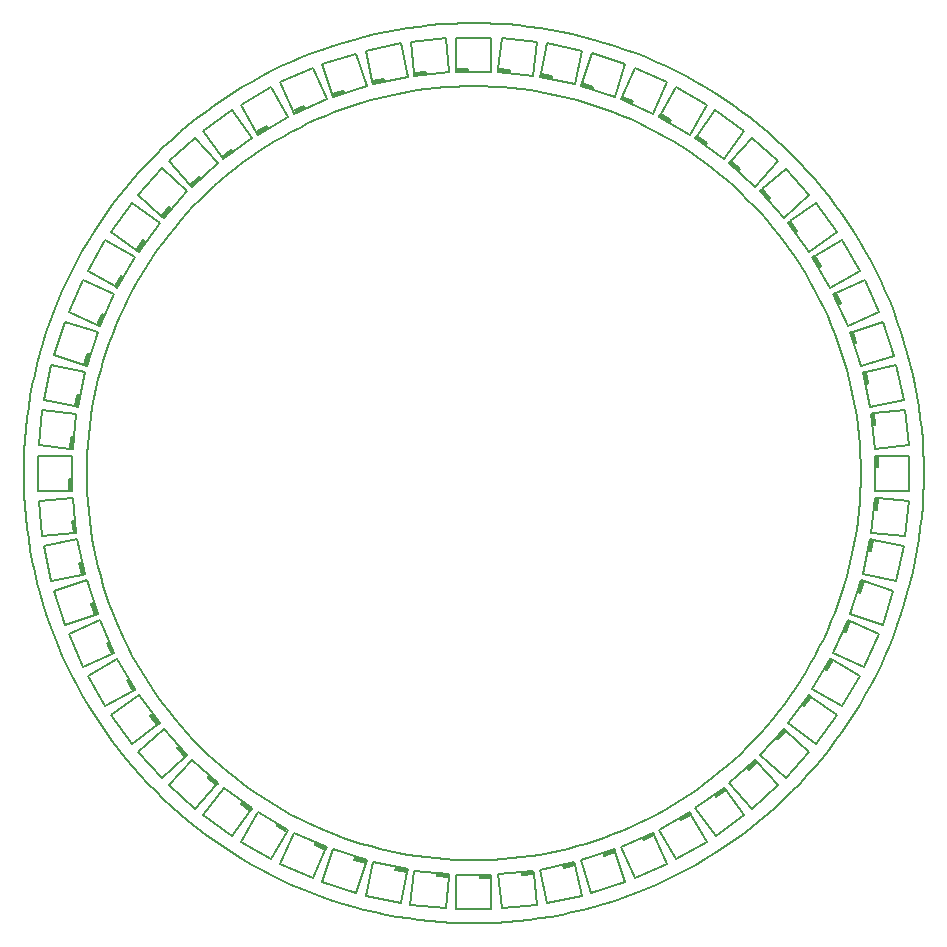
<source format=gto>
G75*
%MOIN*%
%OFA0B0*%
%FSLAX25Y25*%
%IPPOS*%
%LPD*%
%AMOC8*
5,1,8,0,0,1.08239X$1,22.5*
%
%ADD10C,0.00800*%
%ADD11C,0.00787*%
%ADD12C,0.00500*%
D10*
X0046833Y0391400D02*
X0046872Y0394566D01*
X0046988Y0397730D01*
X0047183Y0400890D01*
X0047454Y0404044D01*
X0047803Y0407191D01*
X0048229Y0410328D01*
X0048732Y0413454D01*
X0049312Y0416567D01*
X0049967Y0419664D01*
X0050699Y0422744D01*
X0051506Y0425806D01*
X0052388Y0428847D01*
X0053344Y0431865D01*
X0054374Y0434859D01*
X0055477Y0437826D01*
X0056653Y0440766D01*
X0057900Y0443676D01*
X0059218Y0446555D01*
X0060607Y0449400D01*
X0062065Y0452210D01*
X0063592Y0454984D01*
X0065186Y0457719D01*
X0066847Y0460415D01*
X0068573Y0463069D01*
X0070365Y0465679D01*
X0072219Y0468245D01*
X0074136Y0470765D01*
X0076115Y0473237D01*
X0078153Y0475659D01*
X0080250Y0478031D01*
X0082405Y0480351D01*
X0084616Y0482617D01*
X0086882Y0484828D01*
X0089202Y0486983D01*
X0091574Y0489080D01*
X0093996Y0491118D01*
X0096468Y0493097D01*
X0098988Y0495014D01*
X0101554Y0496868D01*
X0104164Y0498660D01*
X0106818Y0500386D01*
X0109514Y0502047D01*
X0112249Y0503641D01*
X0115023Y0505168D01*
X0117833Y0506626D01*
X0120678Y0508015D01*
X0123557Y0509333D01*
X0126467Y0510580D01*
X0129407Y0511756D01*
X0132374Y0512859D01*
X0135368Y0513889D01*
X0138386Y0514845D01*
X0141427Y0515727D01*
X0144489Y0516534D01*
X0147569Y0517266D01*
X0150666Y0517921D01*
X0153779Y0518501D01*
X0156905Y0519004D01*
X0160042Y0519430D01*
X0163189Y0519779D01*
X0166343Y0520050D01*
X0169503Y0520245D01*
X0172667Y0520361D01*
X0175833Y0520400D01*
X0178999Y0520361D01*
X0182163Y0520245D01*
X0185323Y0520050D01*
X0188477Y0519779D01*
X0191624Y0519430D01*
X0194761Y0519004D01*
X0197887Y0518501D01*
X0201000Y0517921D01*
X0204097Y0517266D01*
X0207177Y0516534D01*
X0210239Y0515727D01*
X0213280Y0514845D01*
X0216298Y0513889D01*
X0219292Y0512859D01*
X0222259Y0511756D01*
X0225199Y0510580D01*
X0228109Y0509333D01*
X0230988Y0508015D01*
X0233833Y0506626D01*
X0236643Y0505168D01*
X0239417Y0503641D01*
X0242152Y0502047D01*
X0244848Y0500386D01*
X0247502Y0498660D01*
X0250112Y0496868D01*
X0252678Y0495014D01*
X0255198Y0493097D01*
X0257670Y0491118D01*
X0260092Y0489080D01*
X0262464Y0486983D01*
X0264784Y0484828D01*
X0267050Y0482617D01*
X0269261Y0480351D01*
X0271416Y0478031D01*
X0273513Y0475659D01*
X0275551Y0473237D01*
X0277530Y0470765D01*
X0279447Y0468245D01*
X0281301Y0465679D01*
X0283093Y0463069D01*
X0284819Y0460415D01*
X0286480Y0457719D01*
X0288074Y0454984D01*
X0289601Y0452210D01*
X0291059Y0449400D01*
X0292448Y0446555D01*
X0293766Y0443676D01*
X0295013Y0440766D01*
X0296189Y0437826D01*
X0297292Y0434859D01*
X0298322Y0431865D01*
X0299278Y0428847D01*
X0300160Y0425806D01*
X0300967Y0422744D01*
X0301699Y0419664D01*
X0302354Y0416567D01*
X0302934Y0413454D01*
X0303437Y0410328D01*
X0303863Y0407191D01*
X0304212Y0404044D01*
X0304483Y0400890D01*
X0304678Y0397730D01*
X0304794Y0394566D01*
X0304833Y0391400D01*
X0304794Y0388234D01*
X0304678Y0385070D01*
X0304483Y0381910D01*
X0304212Y0378756D01*
X0303863Y0375609D01*
X0303437Y0372472D01*
X0302934Y0369346D01*
X0302354Y0366233D01*
X0301699Y0363136D01*
X0300967Y0360056D01*
X0300160Y0356994D01*
X0299278Y0353953D01*
X0298322Y0350935D01*
X0297292Y0347941D01*
X0296189Y0344974D01*
X0295013Y0342034D01*
X0293766Y0339124D01*
X0292448Y0336245D01*
X0291059Y0333400D01*
X0289601Y0330590D01*
X0288074Y0327816D01*
X0286480Y0325081D01*
X0284819Y0322385D01*
X0283093Y0319731D01*
X0281301Y0317121D01*
X0279447Y0314555D01*
X0277530Y0312035D01*
X0275551Y0309563D01*
X0273513Y0307141D01*
X0271416Y0304769D01*
X0269261Y0302449D01*
X0267050Y0300183D01*
X0264784Y0297972D01*
X0262464Y0295817D01*
X0260092Y0293720D01*
X0257670Y0291682D01*
X0255198Y0289703D01*
X0252678Y0287786D01*
X0250112Y0285932D01*
X0247502Y0284140D01*
X0244848Y0282414D01*
X0242152Y0280753D01*
X0239417Y0279159D01*
X0236643Y0277632D01*
X0233833Y0276174D01*
X0230988Y0274785D01*
X0228109Y0273467D01*
X0225199Y0272220D01*
X0222259Y0271044D01*
X0219292Y0269941D01*
X0216298Y0268911D01*
X0213280Y0267955D01*
X0210239Y0267073D01*
X0207177Y0266266D01*
X0204097Y0265534D01*
X0201000Y0264879D01*
X0197887Y0264299D01*
X0194761Y0263796D01*
X0191624Y0263370D01*
X0188477Y0263021D01*
X0185323Y0262750D01*
X0182163Y0262555D01*
X0178999Y0262439D01*
X0175833Y0262400D01*
X0172667Y0262439D01*
X0169503Y0262555D01*
X0166343Y0262750D01*
X0163189Y0263021D01*
X0160042Y0263370D01*
X0156905Y0263796D01*
X0153779Y0264299D01*
X0150666Y0264879D01*
X0147569Y0265534D01*
X0144489Y0266266D01*
X0141427Y0267073D01*
X0138386Y0267955D01*
X0135368Y0268911D01*
X0132374Y0269941D01*
X0129407Y0271044D01*
X0126467Y0272220D01*
X0123557Y0273467D01*
X0120678Y0274785D01*
X0117833Y0276174D01*
X0115023Y0277632D01*
X0112249Y0279159D01*
X0109514Y0280753D01*
X0106818Y0282414D01*
X0104164Y0284140D01*
X0101554Y0285932D01*
X0098988Y0287786D01*
X0096468Y0289703D01*
X0093996Y0291682D01*
X0091574Y0293720D01*
X0089202Y0295817D01*
X0086882Y0297972D01*
X0084616Y0300183D01*
X0082405Y0302449D01*
X0080250Y0304769D01*
X0078153Y0307141D01*
X0076115Y0309563D01*
X0074136Y0312035D01*
X0072219Y0314555D01*
X0070365Y0317121D01*
X0068573Y0319731D01*
X0066847Y0322385D01*
X0065186Y0325081D01*
X0063592Y0327816D01*
X0062065Y0330590D01*
X0060607Y0333400D01*
X0059218Y0336245D01*
X0057900Y0339124D01*
X0056653Y0342034D01*
X0055477Y0344974D01*
X0054374Y0347941D01*
X0053344Y0350935D01*
X0052388Y0353953D01*
X0051506Y0356994D01*
X0050699Y0360056D01*
X0049967Y0363136D01*
X0049312Y0366233D01*
X0048732Y0369346D01*
X0048229Y0372472D01*
X0047803Y0375609D01*
X0047454Y0378756D01*
X0047183Y0381910D01*
X0046988Y0385070D01*
X0046872Y0388234D01*
X0046833Y0391400D01*
X0025833Y0391400D02*
X0025878Y0395081D01*
X0026014Y0398760D01*
X0026239Y0402435D01*
X0026555Y0406103D01*
X0026961Y0409762D01*
X0027457Y0413410D01*
X0028041Y0417044D01*
X0028715Y0420664D01*
X0029478Y0424265D01*
X0030328Y0427847D01*
X0031267Y0431407D01*
X0032292Y0434943D01*
X0033404Y0438452D01*
X0034601Y0441933D01*
X0035884Y0445384D01*
X0037251Y0448803D01*
X0038702Y0452186D01*
X0040235Y0455533D01*
X0041849Y0458842D01*
X0043545Y0462110D01*
X0045320Y0465335D01*
X0047174Y0468515D01*
X0049105Y0471650D01*
X0051113Y0474736D01*
X0053195Y0477771D01*
X0055352Y0480755D01*
X0057581Y0483685D01*
X0059881Y0486559D01*
X0062252Y0489376D01*
X0064690Y0492134D01*
X0067196Y0494831D01*
X0069767Y0497466D01*
X0072402Y0500037D01*
X0075099Y0502543D01*
X0077857Y0504981D01*
X0080674Y0507352D01*
X0083548Y0509652D01*
X0086478Y0511881D01*
X0089462Y0514038D01*
X0092497Y0516120D01*
X0095583Y0518128D01*
X0098718Y0520059D01*
X0101898Y0521913D01*
X0105123Y0523688D01*
X0108391Y0525384D01*
X0111700Y0526998D01*
X0115047Y0528531D01*
X0118430Y0529982D01*
X0121849Y0531349D01*
X0125300Y0532632D01*
X0128781Y0533829D01*
X0132290Y0534941D01*
X0135826Y0535966D01*
X0139386Y0536905D01*
X0142968Y0537755D01*
X0146569Y0538518D01*
X0150189Y0539192D01*
X0153823Y0539776D01*
X0157471Y0540272D01*
X0161130Y0540678D01*
X0164798Y0540994D01*
X0168473Y0541219D01*
X0172152Y0541355D01*
X0175833Y0541400D01*
X0179514Y0541355D01*
X0183193Y0541219D01*
X0186868Y0540994D01*
X0190536Y0540678D01*
X0194195Y0540272D01*
X0197843Y0539776D01*
X0201477Y0539192D01*
X0205097Y0538518D01*
X0208698Y0537755D01*
X0212280Y0536905D01*
X0215840Y0535966D01*
X0219376Y0534941D01*
X0222885Y0533829D01*
X0226366Y0532632D01*
X0229817Y0531349D01*
X0233236Y0529982D01*
X0236619Y0528531D01*
X0239966Y0526998D01*
X0243275Y0525384D01*
X0246543Y0523688D01*
X0249768Y0521913D01*
X0252948Y0520059D01*
X0256083Y0518128D01*
X0259169Y0516120D01*
X0262204Y0514038D01*
X0265188Y0511881D01*
X0268118Y0509652D01*
X0270992Y0507352D01*
X0273809Y0504981D01*
X0276567Y0502543D01*
X0279264Y0500037D01*
X0281899Y0497466D01*
X0284470Y0494831D01*
X0286976Y0492134D01*
X0289414Y0489376D01*
X0291785Y0486559D01*
X0294085Y0483685D01*
X0296314Y0480755D01*
X0298471Y0477771D01*
X0300553Y0474736D01*
X0302561Y0471650D01*
X0304492Y0468515D01*
X0306346Y0465335D01*
X0308121Y0462110D01*
X0309817Y0458842D01*
X0311431Y0455533D01*
X0312964Y0452186D01*
X0314415Y0448803D01*
X0315782Y0445384D01*
X0317065Y0441933D01*
X0318262Y0438452D01*
X0319374Y0434943D01*
X0320399Y0431407D01*
X0321338Y0427847D01*
X0322188Y0424265D01*
X0322951Y0420664D01*
X0323625Y0417044D01*
X0324209Y0413410D01*
X0324705Y0409762D01*
X0325111Y0406103D01*
X0325427Y0402435D01*
X0325652Y0398760D01*
X0325788Y0395081D01*
X0325833Y0391400D01*
X0325788Y0387719D01*
X0325652Y0384040D01*
X0325427Y0380365D01*
X0325111Y0376697D01*
X0324705Y0373038D01*
X0324209Y0369390D01*
X0323625Y0365756D01*
X0322951Y0362136D01*
X0322188Y0358535D01*
X0321338Y0354953D01*
X0320399Y0351393D01*
X0319374Y0347857D01*
X0318262Y0344348D01*
X0317065Y0340867D01*
X0315782Y0337416D01*
X0314415Y0333997D01*
X0312964Y0330614D01*
X0311431Y0327267D01*
X0309817Y0323958D01*
X0308121Y0320690D01*
X0306346Y0317465D01*
X0304492Y0314285D01*
X0302561Y0311150D01*
X0300553Y0308064D01*
X0298471Y0305029D01*
X0296314Y0302045D01*
X0294085Y0299115D01*
X0291785Y0296241D01*
X0289414Y0293424D01*
X0286976Y0290666D01*
X0284470Y0287969D01*
X0281899Y0285334D01*
X0279264Y0282763D01*
X0276567Y0280257D01*
X0273809Y0277819D01*
X0270992Y0275448D01*
X0268118Y0273148D01*
X0265188Y0270919D01*
X0262204Y0268762D01*
X0259169Y0266680D01*
X0256083Y0264672D01*
X0252948Y0262741D01*
X0249768Y0260887D01*
X0246543Y0259112D01*
X0243275Y0257416D01*
X0239966Y0255802D01*
X0236619Y0254269D01*
X0233236Y0252818D01*
X0229817Y0251451D01*
X0226366Y0250168D01*
X0222885Y0248971D01*
X0219376Y0247859D01*
X0215840Y0246834D01*
X0212280Y0245895D01*
X0208698Y0245045D01*
X0205097Y0244282D01*
X0201477Y0243608D01*
X0197843Y0243024D01*
X0194195Y0242528D01*
X0190536Y0242122D01*
X0186868Y0241806D01*
X0183193Y0241581D01*
X0179514Y0241445D01*
X0175833Y0241400D01*
X0172152Y0241445D01*
X0168473Y0241581D01*
X0164798Y0241806D01*
X0161130Y0242122D01*
X0157471Y0242528D01*
X0153823Y0243024D01*
X0150189Y0243608D01*
X0146569Y0244282D01*
X0142968Y0245045D01*
X0139386Y0245895D01*
X0135826Y0246834D01*
X0132290Y0247859D01*
X0128781Y0248971D01*
X0125300Y0250168D01*
X0121849Y0251451D01*
X0118430Y0252818D01*
X0115047Y0254269D01*
X0111700Y0255802D01*
X0108391Y0257416D01*
X0105123Y0259112D01*
X0101898Y0260887D01*
X0098718Y0262741D01*
X0095583Y0264672D01*
X0092497Y0266680D01*
X0089462Y0268762D01*
X0086478Y0270919D01*
X0083548Y0273148D01*
X0080674Y0275448D01*
X0077857Y0277819D01*
X0075099Y0280257D01*
X0072402Y0282763D01*
X0069767Y0285334D01*
X0067196Y0287969D01*
X0064690Y0290666D01*
X0062252Y0293424D01*
X0059881Y0296241D01*
X0057581Y0299115D01*
X0055352Y0302045D01*
X0053195Y0305029D01*
X0051113Y0308064D01*
X0049105Y0311150D01*
X0047174Y0314285D01*
X0045320Y0317465D01*
X0043545Y0320690D01*
X0041849Y0323958D01*
X0040235Y0327267D01*
X0038702Y0330614D01*
X0037251Y0333997D01*
X0035884Y0337416D01*
X0034601Y0340867D01*
X0033404Y0344348D01*
X0032292Y0347857D01*
X0031267Y0351393D01*
X0030328Y0354953D01*
X0029478Y0358535D01*
X0028715Y0362136D01*
X0028041Y0365756D01*
X0027457Y0369390D01*
X0026961Y0373038D01*
X0026555Y0376697D01*
X0026239Y0380365D01*
X0026014Y0384040D01*
X0025878Y0387719D01*
X0025833Y0391400D01*
D11*
X0139870Y0250604D02*
X0151423Y0248148D01*
X0153592Y0258353D01*
X0153797Y0259316D01*
X0142244Y0261772D01*
X0139870Y0250604D01*
X0136596Y0251486D02*
X0139820Y0261408D01*
X0140124Y0262344D01*
X0128891Y0265994D01*
X0125363Y0255136D01*
X0136596Y0251486D01*
X0122166Y0256343D02*
X0126410Y0265874D01*
X0126810Y0266773D01*
X0116020Y0271577D01*
X0111376Y0261147D01*
X0122166Y0256343D01*
X0108333Y0262683D02*
X0113550Y0271719D01*
X0114042Y0272571D01*
X0103813Y0278477D01*
X0098105Y0268589D01*
X0108333Y0262683D01*
X0095256Y0270450D02*
X0101388Y0278891D01*
X0101966Y0279687D01*
X0092411Y0286630D01*
X0085700Y0277393D01*
X0095256Y0270450D01*
X0083032Y0279566D02*
X0090013Y0287319D01*
X0090672Y0288051D01*
X0081895Y0295954D01*
X0074255Y0287469D01*
X0083032Y0279566D01*
X0071883Y0289862D02*
X0079636Y0296843D01*
X0080367Y0297501D01*
X0072464Y0306278D01*
X0063979Y0298639D01*
X0071883Y0289862D01*
X0061846Y0301267D02*
X0070287Y0307399D01*
X0071083Y0307978D01*
X0064141Y0317533D01*
X0054904Y0310822D01*
X0061846Y0301267D01*
X0053062Y0313691D02*
X0062098Y0318908D01*
X0062950Y0319400D01*
X0057044Y0329629D01*
X0047157Y0323920D01*
X0053062Y0313691D01*
X0045560Y0326923D02*
X0055091Y0331167D01*
X0055990Y0331567D01*
X0051186Y0342357D01*
X0040756Y0337713D01*
X0045560Y0326923D01*
X0039589Y0340909D02*
X0049511Y0344133D01*
X0050447Y0344438D01*
X0046798Y0355671D01*
X0035939Y0352142D01*
X0039589Y0340909D01*
X0035017Y0355437D02*
X0045222Y0357606D01*
X0046185Y0357810D01*
X0043729Y0369363D01*
X0032562Y0366990D01*
X0035017Y0355437D01*
X0032043Y0370350D02*
X0042419Y0371441D01*
X0043398Y0371544D01*
X0042163Y0383290D01*
X0030809Y0382096D01*
X0032043Y0370350D01*
X0030615Y0385494D02*
X0041048Y0385494D01*
X0042032Y0385494D01*
X0042032Y0397306D01*
X0030615Y0397306D01*
X0030615Y0385494D01*
X0030799Y0400714D02*
X0041175Y0399623D01*
X0042153Y0399520D01*
X0043388Y0411266D01*
X0032033Y0412460D01*
X0030799Y0400714D01*
X0032592Y0415830D02*
X0042797Y0413661D01*
X0043759Y0413457D01*
X0046215Y0425010D01*
X0035047Y0427383D01*
X0032592Y0415830D01*
X0035929Y0430668D02*
X0045852Y0427444D01*
X0046788Y0427139D01*
X0050437Y0438372D01*
X0039579Y0441901D01*
X0035929Y0430668D01*
X0040756Y0445057D02*
X0050287Y0440813D01*
X0051186Y0440413D01*
X0055990Y0451203D01*
X0045560Y0455847D01*
X0040756Y0445057D01*
X0047137Y0458890D02*
X0056172Y0453673D01*
X0057024Y0453181D01*
X0062930Y0463410D01*
X0053042Y0469119D01*
X0047137Y0458890D01*
X0054904Y0471958D02*
X0063344Y0465825D01*
X0064141Y0465247D01*
X0071083Y0474802D01*
X0061846Y0481513D01*
X0054904Y0471958D01*
X0063989Y0484201D02*
X0071743Y0477220D01*
X0072474Y0476562D01*
X0080377Y0485339D01*
X0071893Y0492978D01*
X0063989Y0484201D01*
X0074255Y0495361D02*
X0081236Y0487608D01*
X0081895Y0486876D01*
X0090672Y0494779D01*
X0083032Y0503264D01*
X0074255Y0495361D01*
X0085690Y0505387D02*
X0091823Y0496947D01*
X0092401Y0496150D01*
X0101956Y0503093D01*
X0095246Y0512330D01*
X0085690Y0505387D01*
X0098125Y0514191D02*
X0103341Y0505156D01*
X0103833Y0504303D01*
X0114062Y0510209D01*
X0108353Y0520097D01*
X0098125Y0514191D01*
X0111346Y0521683D02*
X0115590Y0512152D01*
X0115990Y0511253D01*
X0126780Y0516057D01*
X0122136Y0526487D01*
X0111346Y0521683D01*
X0125363Y0527654D02*
X0128587Y0517732D01*
X0128891Y0516796D01*
X0140124Y0520446D01*
X0136596Y0531304D01*
X0125363Y0527654D01*
X0139860Y0532196D02*
X0142029Y0521991D01*
X0142234Y0521028D01*
X0153787Y0523484D01*
X0151413Y0534652D01*
X0139860Y0532196D01*
X0154773Y0535200D02*
X0155864Y0524824D01*
X0155967Y0523845D01*
X0167713Y0525080D01*
X0166520Y0536435D01*
X0154773Y0535200D01*
X0169908Y0536619D02*
X0169908Y0526186D01*
X0169908Y0525201D01*
X0181719Y0525201D01*
X0181719Y0536619D01*
X0169908Y0536619D01*
X0185147Y0536445D02*
X0184056Y0526069D01*
X0183953Y0525090D01*
X0195700Y0523855D01*
X0196893Y0535210D01*
X0185147Y0536445D01*
X0200254Y0534682D02*
X0198085Y0524477D01*
X0197880Y0523514D01*
X0209433Y0521058D01*
X0211807Y0532226D01*
X0200254Y0534682D01*
X0215101Y0531314D02*
X0211877Y0521392D01*
X0211573Y0520456D01*
X0222806Y0516806D01*
X0226334Y0527664D01*
X0215101Y0531314D01*
X0229510Y0526457D02*
X0225267Y0516926D01*
X0224866Y0516027D01*
X0235656Y0511223D01*
X0240300Y0521653D01*
X0229510Y0526457D01*
X0243333Y0520077D02*
X0238117Y0511041D01*
X0237625Y0510189D01*
X0247853Y0504283D01*
X0253562Y0514171D01*
X0243333Y0520077D01*
X0256401Y0512350D02*
X0250269Y0503909D01*
X0249690Y0503113D01*
X0259246Y0496170D01*
X0265956Y0505407D01*
X0256401Y0512350D01*
X0268605Y0503234D02*
X0261623Y0495481D01*
X0260965Y0494749D01*
X0269742Y0486846D01*
X0277382Y0495331D01*
X0268605Y0503234D01*
X0279774Y0492968D02*
X0272021Y0485987D01*
X0271289Y0485329D01*
X0279193Y0476552D01*
X0287677Y0484191D01*
X0279774Y0492968D01*
X0289851Y0481513D02*
X0281410Y0475381D01*
X0280614Y0474802D01*
X0287556Y0465247D01*
X0296793Y0471958D01*
X0289851Y0481513D01*
X0298624Y0469129D02*
X0289589Y0463912D01*
X0288737Y0463420D01*
X0294642Y0453191D01*
X0304530Y0458900D01*
X0298624Y0469129D01*
X0306086Y0455857D02*
X0296555Y0451613D01*
X0295656Y0451213D01*
X0300460Y0440423D01*
X0310890Y0445067D01*
X0306086Y0455857D01*
X0312108Y0441861D02*
X0302185Y0438637D01*
X0301249Y0438332D01*
X0304899Y0427099D01*
X0315757Y0430628D01*
X0312108Y0441861D01*
X0316659Y0427363D02*
X0306454Y0425194D01*
X0305492Y0424990D01*
X0307947Y0413437D01*
X0319115Y0415810D01*
X0316659Y0427363D01*
X0319623Y0412480D02*
X0309247Y0411389D01*
X0308269Y0411286D01*
X0309503Y0399540D01*
X0320858Y0400734D01*
X0319623Y0412480D01*
X0321042Y0397306D02*
X0310609Y0397306D01*
X0309625Y0397306D01*
X0309625Y0385494D01*
X0321042Y0385494D01*
X0321042Y0397306D01*
X0320888Y0382066D02*
X0310512Y0383157D01*
X0309533Y0383260D01*
X0308299Y0371514D01*
X0319653Y0370320D01*
X0320888Y0382066D01*
X0319105Y0367000D02*
X0308900Y0369169D01*
X0307937Y0369373D01*
X0305482Y0357820D01*
X0316649Y0355447D01*
X0319105Y0367000D01*
X0315737Y0352142D02*
X0305815Y0355366D01*
X0304879Y0355671D01*
X0301229Y0344438D01*
X0312088Y0340909D01*
X0315737Y0352142D01*
X0310880Y0337743D02*
X0301349Y0341987D01*
X0300450Y0342387D01*
X0295646Y0331597D01*
X0306076Y0326953D01*
X0310880Y0337743D01*
X0304530Y0323900D02*
X0295495Y0329117D01*
X0294642Y0329609D01*
X0288737Y0319380D01*
X0298624Y0313671D01*
X0304530Y0323900D01*
X0296783Y0310832D02*
X0288342Y0316965D01*
X0287546Y0317543D01*
X0280604Y0307988D01*
X0289841Y0301277D01*
X0296783Y0310832D01*
X0287657Y0298639D02*
X0279904Y0305620D01*
X0279173Y0306278D01*
X0271269Y0297501D01*
X0279754Y0289862D01*
X0287657Y0298639D01*
X0277372Y0287459D02*
X0270391Y0295212D01*
X0269732Y0295944D01*
X0260955Y0288041D01*
X0268595Y0279556D01*
X0277372Y0287459D01*
X0265986Y0277393D02*
X0259854Y0285833D01*
X0259276Y0286630D01*
X0249720Y0279687D01*
X0256431Y0270450D01*
X0265986Y0277393D01*
X0253552Y0268609D02*
X0248335Y0277644D01*
X0247843Y0278497D01*
X0237615Y0272591D01*
X0243323Y0262703D01*
X0253552Y0268609D01*
X0240320Y0261147D02*
X0236077Y0270678D01*
X0235676Y0271577D01*
X0224886Y0266773D01*
X0229530Y0256343D01*
X0240320Y0261147D01*
X0226294Y0255146D02*
X0223070Y0265068D01*
X0222766Y0266004D01*
X0211533Y0262354D01*
X0215061Y0251496D01*
X0226294Y0255146D01*
X0211777Y0250574D02*
X0209608Y0260779D01*
X0209403Y0261742D01*
X0197850Y0259286D01*
X0200224Y0248118D01*
X0211777Y0250574D01*
X0196913Y0247580D02*
X0195823Y0257956D01*
X0195720Y0258935D01*
X0183973Y0257700D01*
X0185167Y0246345D01*
X0196913Y0247580D01*
X0181739Y0246201D02*
X0181739Y0256634D01*
X0181739Y0257619D01*
X0169928Y0257619D01*
X0169928Y0246201D01*
X0181739Y0246201D01*
X0166490Y0246335D02*
X0167580Y0256711D01*
X0167683Y0257690D01*
X0155937Y0258925D01*
X0154743Y0247570D01*
X0166490Y0246335D01*
D12*
X0167580Y0256711D02*
X0163665Y0257123D01*
X0163706Y0257514D01*
X0163747Y0257906D01*
X0167663Y0257494D01*
X0167580Y0256711D01*
X0167230Y0257144D02*
X0163706Y0257514D01*
X0153756Y0259124D02*
X0153592Y0258353D01*
X0149741Y0259172D01*
X0149823Y0259557D01*
X0149905Y0259942D01*
X0153756Y0259124D01*
X0153289Y0258820D02*
X0149823Y0259557D01*
X0140063Y0262157D02*
X0139820Y0261408D01*
X0136075Y0262625D01*
X0136197Y0262999D01*
X0136319Y0263374D01*
X0140063Y0262157D01*
X0139567Y0261904D02*
X0136197Y0262999D01*
X0126730Y0266593D02*
X0126410Y0265874D01*
X0122813Y0267475D01*
X0122973Y0267835D01*
X0123134Y0268195D01*
X0126730Y0266593D01*
X0126210Y0266394D02*
X0122973Y0267835D01*
X0113944Y0272401D02*
X0113550Y0271719D01*
X0110140Y0273687D01*
X0110337Y0274028D01*
X0110534Y0274369D01*
X0113944Y0272401D01*
X0113406Y0272256D02*
X0110337Y0274028D01*
X0101851Y0279528D02*
X0101388Y0278891D01*
X0098203Y0281205D01*
X0098434Y0281524D01*
X0098666Y0281842D01*
X0101851Y0279528D01*
X0101301Y0279441D02*
X0098434Y0281524D01*
X0090540Y0287905D02*
X0090013Y0287319D01*
X0087087Y0289954D01*
X0087351Y0290246D01*
X0087614Y0290539D01*
X0090540Y0287905D01*
X0089984Y0287875D02*
X0087351Y0290246D01*
X0080221Y0297369D02*
X0077587Y0300295D01*
X0077294Y0300032D01*
X0077001Y0299768D01*
X0079636Y0296843D01*
X0080221Y0297369D01*
X0079665Y0297399D02*
X0077294Y0300032D01*
X0070924Y0307862D02*
X0070287Y0307399D01*
X0067973Y0310584D01*
X0068291Y0310816D01*
X0068610Y0311047D01*
X0070924Y0307862D01*
X0070374Y0307949D02*
X0068291Y0310816D01*
X0062779Y0319302D02*
X0062098Y0318908D01*
X0060129Y0322317D01*
X0060470Y0322514D01*
X0060811Y0322711D01*
X0062779Y0319302D01*
X0062242Y0319446D02*
X0060470Y0322514D01*
X0055811Y0331487D02*
X0055091Y0331167D01*
X0053490Y0334763D01*
X0053850Y0334923D01*
X0054209Y0335084D01*
X0055811Y0331487D01*
X0055291Y0331686D02*
X0053850Y0334923D01*
X0050260Y0344377D02*
X0049511Y0344133D01*
X0048295Y0347878D01*
X0048669Y0347999D01*
X0049044Y0348121D01*
X0050260Y0344377D01*
X0049764Y0344630D02*
X0048669Y0347999D01*
X0045993Y0357770D02*
X0045222Y0357606D01*
X0044404Y0361457D01*
X0044789Y0361539D01*
X0045174Y0361620D01*
X0045993Y0357770D01*
X0045526Y0358073D02*
X0044789Y0361539D01*
X0043202Y0371523D02*
X0042419Y0371441D01*
X0042008Y0375356D01*
X0042399Y0375397D01*
X0042791Y0375438D01*
X0043202Y0371523D01*
X0042770Y0371873D02*
X0042399Y0375397D01*
X0041835Y0385494D02*
X0041048Y0385494D01*
X0041048Y0389431D01*
X0041441Y0389431D01*
X0041835Y0389431D01*
X0041835Y0385494D01*
X0041441Y0385888D02*
X0041441Y0389431D01*
X0041958Y0399541D02*
X0041175Y0399623D01*
X0041586Y0403538D01*
X0041978Y0403497D01*
X0042369Y0403456D01*
X0041958Y0399541D01*
X0041607Y0399973D02*
X0041978Y0403497D01*
X0043567Y0413498D02*
X0042797Y0413661D01*
X0043615Y0417512D01*
X0044000Y0417430D01*
X0044385Y0417349D01*
X0043567Y0413498D01*
X0043264Y0413965D02*
X0044000Y0417430D01*
X0046600Y0427200D02*
X0045852Y0427444D01*
X0047068Y0431188D01*
X0047443Y0431066D01*
X0047817Y0430945D01*
X0046600Y0427200D01*
X0046348Y0427696D02*
X0047443Y0431066D01*
X0051007Y0440493D02*
X0050287Y0440813D01*
X0051889Y0444410D01*
X0052248Y0444250D01*
X0052608Y0444090D01*
X0051007Y0440493D01*
X0050807Y0441013D02*
X0052248Y0444250D01*
X0056854Y0453280D02*
X0056172Y0453673D01*
X0058141Y0457083D01*
X0058481Y0456886D01*
X0058822Y0456689D01*
X0056854Y0453280D01*
X0056710Y0453818D02*
X0058481Y0456886D01*
X0063981Y0465363D02*
X0063344Y0465825D01*
X0065658Y0469010D01*
X0065977Y0468779D01*
X0066295Y0468548D01*
X0063981Y0465363D01*
X0063894Y0465912D02*
X0065977Y0468779D01*
X0072328Y0476693D02*
X0071743Y0477220D01*
X0074377Y0480146D01*
X0074670Y0479882D01*
X0074962Y0479619D01*
X0072328Y0476693D01*
X0072299Y0477249D02*
X0074670Y0479882D01*
X0081763Y0487022D02*
X0081236Y0487608D01*
X0084162Y0490242D01*
X0084425Y0489949D01*
X0084689Y0489657D01*
X0081763Y0487022D01*
X0081792Y0487578D02*
X0084425Y0489949D01*
X0092285Y0496310D02*
X0091823Y0496947D01*
X0095008Y0499261D01*
X0095239Y0498942D01*
X0095471Y0498624D01*
X0092285Y0496310D01*
X0092373Y0496860D02*
X0095239Y0498942D01*
X0103735Y0504474D02*
X0103341Y0505156D01*
X0106751Y0507124D01*
X0106948Y0506783D01*
X0107144Y0506442D01*
X0103735Y0504474D01*
X0103879Y0505012D02*
X0106948Y0506783D01*
X0115910Y0511433D02*
X0115590Y0512152D01*
X0119187Y0513753D01*
X0119347Y0513394D01*
X0119507Y0513034D01*
X0115910Y0511433D01*
X0116110Y0511953D02*
X0119347Y0513394D01*
X0128830Y0516983D02*
X0128587Y0517732D01*
X0132331Y0518949D01*
X0132453Y0518574D01*
X0132574Y0518200D01*
X0128830Y0516983D01*
X0129083Y0517479D02*
X0132453Y0518574D01*
X0142193Y0521221D02*
X0142029Y0521991D01*
X0145880Y0522810D01*
X0145962Y0522424D01*
X0146044Y0522039D01*
X0142193Y0521221D01*
X0142496Y0521688D02*
X0145962Y0522424D01*
X0155946Y0524041D02*
X0155864Y0524824D01*
X0159779Y0525236D01*
X0159821Y0524844D01*
X0159862Y0524453D01*
X0155946Y0524041D01*
X0156297Y0524474D02*
X0159821Y0524844D01*
X0169908Y0525398D02*
X0169908Y0526186D01*
X0173845Y0526186D01*
X0173845Y0525792D01*
X0173845Y0525398D01*
X0169908Y0525398D01*
X0170302Y0525792D02*
X0173845Y0525792D01*
X0183974Y0525286D02*
X0184056Y0526069D01*
X0187972Y0525657D01*
X0187931Y0525266D01*
X0187889Y0524874D01*
X0183974Y0525286D01*
X0184407Y0525636D02*
X0187931Y0525266D01*
X0197921Y0523706D02*
X0201772Y0522888D01*
X0201854Y0523273D01*
X0201936Y0523658D01*
X0198085Y0524477D01*
X0197921Y0523706D01*
X0198388Y0524010D02*
X0201854Y0523273D01*
X0211634Y0520643D02*
X0211877Y0521392D01*
X0215621Y0520175D01*
X0215500Y0519801D01*
X0215378Y0519426D01*
X0211634Y0520643D01*
X0212130Y0520896D02*
X0215500Y0519801D01*
X0224947Y0516207D02*
X0225267Y0516926D01*
X0228863Y0515325D01*
X0228703Y0514965D01*
X0228543Y0514605D01*
X0224947Y0516207D01*
X0225466Y0516406D02*
X0228703Y0514965D01*
X0237723Y0510359D02*
X0241133Y0508391D01*
X0241329Y0508732D01*
X0241526Y0509073D01*
X0238117Y0511041D01*
X0237723Y0510359D01*
X0238261Y0510503D02*
X0241329Y0508732D01*
X0249806Y0503272D02*
X0250269Y0503909D01*
X0253454Y0501595D01*
X0253222Y0501276D01*
X0252991Y0500958D01*
X0249806Y0503272D01*
X0250356Y0503359D02*
X0253222Y0501276D01*
X0261097Y0494895D02*
X0261623Y0495481D01*
X0264549Y0492846D01*
X0264286Y0492554D01*
X0264022Y0492261D01*
X0261097Y0494895D01*
X0261653Y0494925D02*
X0264286Y0492554D01*
X0271436Y0485461D02*
X0272021Y0485987D01*
X0274655Y0483062D01*
X0274363Y0482798D01*
X0274070Y0482535D01*
X0271436Y0485461D01*
X0271992Y0485431D02*
X0274363Y0482798D01*
X0280773Y0474918D02*
X0283087Y0471733D01*
X0283406Y0471964D01*
X0283724Y0472196D01*
X0281410Y0475381D01*
X0280773Y0474918D01*
X0281323Y0474831D02*
X0283406Y0471964D01*
X0288907Y0463518D02*
X0289589Y0463912D01*
X0291558Y0460503D01*
X0291217Y0460306D01*
X0290876Y0460109D01*
X0288907Y0463518D01*
X0289445Y0463374D02*
X0291217Y0460306D01*
X0295836Y0451293D02*
X0296555Y0451613D01*
X0298157Y0448017D01*
X0297797Y0447857D01*
X0297437Y0447696D01*
X0295836Y0451293D01*
X0296356Y0451094D02*
X0297797Y0447857D01*
X0301436Y0438393D02*
X0302185Y0438637D01*
X0303402Y0434892D01*
X0303027Y0434771D01*
X0302653Y0434649D01*
X0301436Y0438393D01*
X0301932Y0438140D02*
X0303027Y0434771D01*
X0305684Y0425030D02*
X0306454Y0425194D01*
X0307273Y0421343D01*
X0306888Y0421261D01*
X0306503Y0421180D01*
X0305684Y0425030D01*
X0306151Y0424727D02*
X0306888Y0421261D01*
X0308464Y0411307D02*
X0309247Y0411389D01*
X0309659Y0407474D01*
X0309267Y0407433D01*
X0308876Y0407392D01*
X0308464Y0411307D01*
X0308897Y0410957D02*
X0309267Y0407433D01*
X0309822Y0397306D02*
X0310609Y0397306D01*
X0310609Y0393369D01*
X0310215Y0393369D01*
X0309822Y0393369D01*
X0309822Y0397306D01*
X0310215Y0396912D02*
X0310215Y0393369D01*
X0309729Y0383239D02*
X0310512Y0383157D01*
X0310101Y0379242D01*
X0309709Y0379283D01*
X0309317Y0379324D01*
X0309729Y0383239D01*
X0310079Y0382807D02*
X0309709Y0379283D01*
X0308130Y0369332D02*
X0308900Y0369169D01*
X0308081Y0365318D01*
X0307696Y0365400D01*
X0307311Y0365481D01*
X0308130Y0369332D01*
X0308433Y0368865D02*
X0307696Y0365400D01*
X0305066Y0355610D02*
X0303850Y0351865D01*
X0304224Y0351744D01*
X0304598Y0351622D01*
X0305815Y0355366D01*
X0305066Y0355610D01*
X0305319Y0355114D02*
X0304224Y0351744D01*
X0300630Y0342307D02*
X0301349Y0341987D01*
X0299748Y0338390D01*
X0299388Y0338550D01*
X0299029Y0338710D01*
X0300630Y0342307D01*
X0300830Y0341787D02*
X0299388Y0338550D01*
X0294813Y0329510D02*
X0295495Y0329117D01*
X0293526Y0325707D01*
X0293185Y0325904D01*
X0292844Y0326101D01*
X0294813Y0329510D01*
X0294957Y0328972D02*
X0293185Y0325904D01*
X0287705Y0317427D02*
X0288342Y0316965D01*
X0286028Y0313779D01*
X0285710Y0314011D01*
X0285391Y0314242D01*
X0287705Y0317427D01*
X0287792Y0316877D02*
X0285710Y0314011D01*
X0279319Y0306147D02*
X0279904Y0305620D01*
X0277270Y0302694D01*
X0276977Y0302958D01*
X0276684Y0303221D01*
X0279319Y0306147D01*
X0279348Y0305591D02*
X0276977Y0302958D01*
X0269864Y0295798D02*
X0270391Y0295212D01*
X0267465Y0292578D01*
X0267202Y0292871D01*
X0266938Y0293163D01*
X0269864Y0295798D01*
X0269835Y0295242D02*
X0267202Y0292871D01*
X0259391Y0286470D02*
X0259854Y0285833D01*
X0256669Y0283519D01*
X0256438Y0283838D01*
X0256206Y0284156D01*
X0259391Y0286470D01*
X0259304Y0285920D02*
X0256438Y0283838D01*
X0247942Y0278326D02*
X0248335Y0277644D01*
X0244926Y0275676D01*
X0244729Y0276017D01*
X0244532Y0276358D01*
X0247942Y0278326D01*
X0247798Y0277788D02*
X0244729Y0276017D01*
X0235756Y0271397D02*
X0236077Y0270678D01*
X0232480Y0269077D01*
X0232320Y0269436D01*
X0232160Y0269796D01*
X0235756Y0271397D01*
X0235557Y0270877D02*
X0232320Y0269436D01*
X0222827Y0265817D02*
X0223070Y0265068D01*
X0219326Y0263851D01*
X0219204Y0264226D01*
X0219082Y0264600D01*
X0222827Y0265817D01*
X0222574Y0265321D02*
X0219204Y0264226D01*
X0209444Y0261549D02*
X0209608Y0260779D01*
X0205757Y0259960D01*
X0205675Y0260346D01*
X0205593Y0260731D01*
X0209444Y0261549D01*
X0209141Y0261082D02*
X0205675Y0260346D01*
X0195740Y0258739D02*
X0195823Y0257956D01*
X0191907Y0257544D01*
X0191866Y0257936D01*
X0191825Y0258327D01*
X0195740Y0258739D01*
X0195390Y0258306D02*
X0191866Y0257936D01*
X0181739Y0257422D02*
X0181739Y0256634D01*
X0177802Y0256634D01*
X0177802Y0257028D01*
X0177802Y0257422D01*
X0181739Y0257422D01*
X0181345Y0257028D02*
X0177802Y0257028D01*
M02*

</source>
